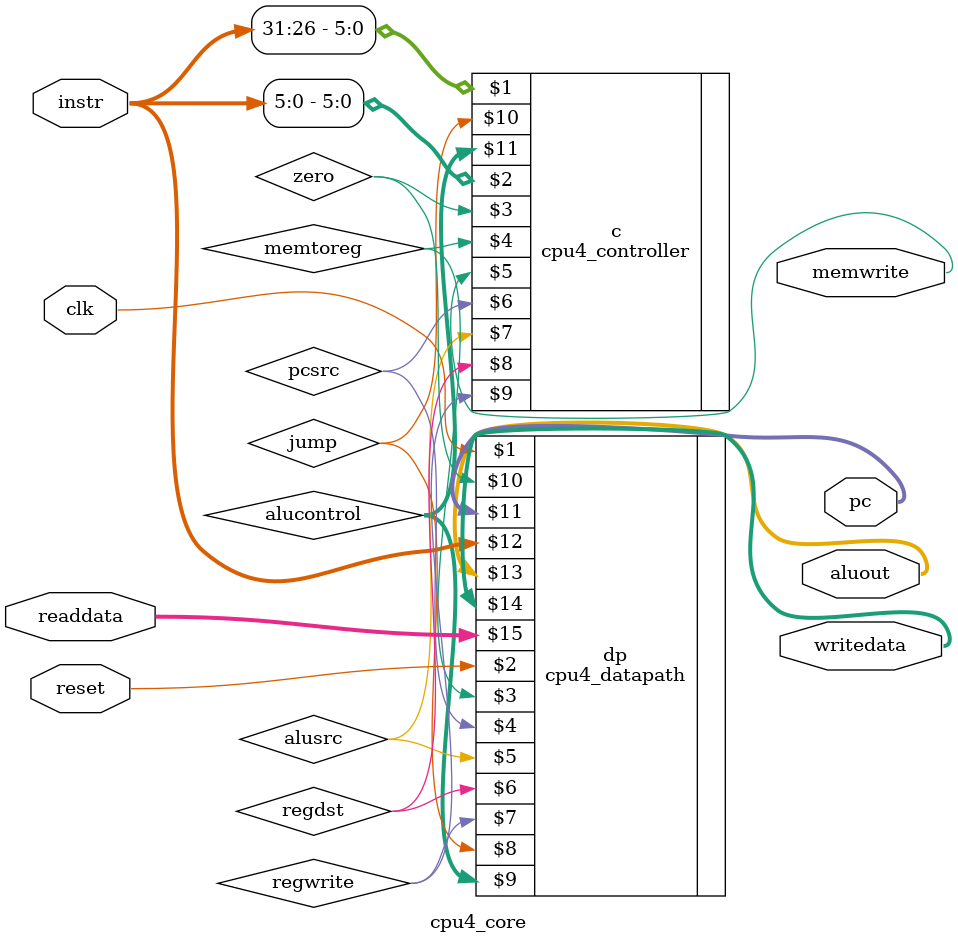
<source format=v>
`include "defines.v"

module cpu4_core(
    input clk,
    input reset,
    output [31:0] pc,
    input  [31:0] instr,
    output memwrite,
    output [31:0] aluout,
    output [31:0] writedata,
    input  [31:0] readdata
);

    wire memtoreg;
    wire alusrc;
    wire regdst;
    wire regwrite;
    wire jump;
    wire pcsrc;
    wire zero;

    wire [2:0] alucontrol;

    cpu4_controller c(instr[31:26], instr[5:0], zero,
                    memtoreg, memwrite, pcsrc,
                    alusrc, regdst, regwrite, jump,
                    alucontrol);
    
    cpu4_datapath dp(clk, reset, memtoreg, pcsrc, 
                alusrc, regdst, regwrite, jump,
                alucontrol, zero, pc, instr,
                aluout, writedata, readdata);

endmodule
</source>
